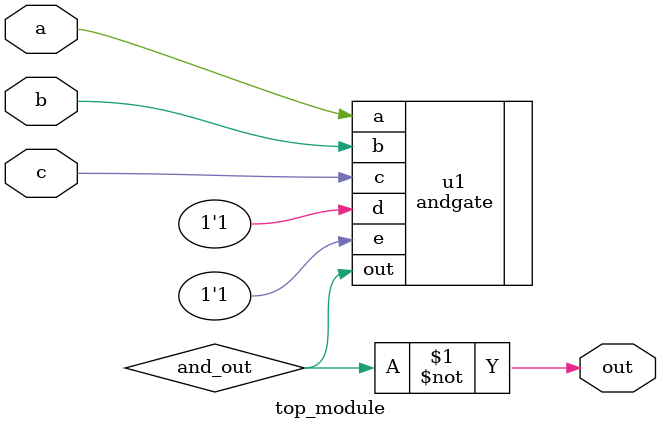
<source format=v>
module top_module (
  input a, input b, input c, 
  output out
);
	wire and_out;
  
		andgate u1 (.out(and_out), .a(a), .b(b),.c(c),.d(1'b1),.e(1'b1));
  
    assign out = ~and_out;

endmodule

</source>
